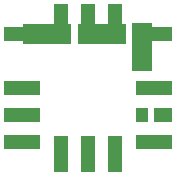
<source format=gbr>
G04 #@! TF.GenerationSoftware,KiCad,Pcbnew,(6.0.5)*
G04 #@! TF.CreationDate,2022-07-03T21:23:33+09:00*
G04 #@! TF.ProjectId,psu_board,7073755f-626f-4617-9264-2e6b69636164,rev?*
G04 #@! TF.SameCoordinates,Original*
G04 #@! TF.FileFunction,Paste,Top*
G04 #@! TF.FilePolarity,Positive*
%FSLAX46Y46*%
G04 Gerber Fmt 4.6, Leading zero omitted, Abs format (unit mm)*
G04 Created by KiCad (PCBNEW (6.0.5)) date 2022-07-03 21:23:33*
%MOMM*%
%LPD*%
G01*
G04 APERTURE LIST*
G04 Aperture macros list*
%AMOutline4P*
0 Free polygon, 4 corners , with rotation*
0 The origin of the aperture is its center*
0 number of corners: always 4*
0 $1 to $8 corner X, Y*
0 $9 Rotation angle, in degrees counterclockwise*
0 create outline with 4 corners*
4,1,4,$1,$2,$3,$4,$5,$6,$7,$8,$1,$2,$9*%
G04 Aperture macros list end*
%ADD10Outline4P,-1.500000X-0.600000X1.500000X-0.600000X1.500000X0.600000X-1.500000X0.600000X0.000000*%
%ADD11Outline4P,-2.035000X-0.885000X2.035000X-0.885000X2.035000X0.885000X-2.035000X0.885000X0.000000*%
%ADD12Outline4P,-0.600000X-1.500000X0.600000X-1.500000X0.600000X1.500000X-0.600000X1.500000X0.000000*%
%ADD13Outline4P,-0.885000X-2.035000X0.885000X-2.035000X0.885000X2.035000X-0.885000X2.035000X0.000000*%
%ADD14Outline4P,-0.750000X-0.600000X0.750000X-0.600000X0.750000X0.600000X-0.750000X0.600000X0.000000*%
%ADD15Outline4P,-0.500000X-0.600000X0.500000X-0.600000X0.500000X0.600000X-0.500000X0.600000X0.000000*%
G04 APERTURE END LIST*
D10*
X141454000Y-97782000D03*
X141454000Y-93202000D03*
D11*
X143619000Y-93202000D03*
D12*
X144764000Y-92182000D03*
X149344000Y-92182000D03*
X147054000Y-92182000D03*
D11*
X148199000Y-93202000D03*
D13*
X151654000Y-94347000D03*
D10*
X152654000Y-93202000D03*
X152654000Y-97782000D03*
X152654000Y-102362000D03*
D12*
X147054000Y-103382000D03*
X144764000Y-103382000D03*
D10*
X141454000Y-102362000D03*
X141454000Y-100072000D03*
D14*
X153404000Y-100072000D03*
D12*
X149344000Y-103382000D03*
D15*
X151654000Y-100072000D03*
M02*

</source>
